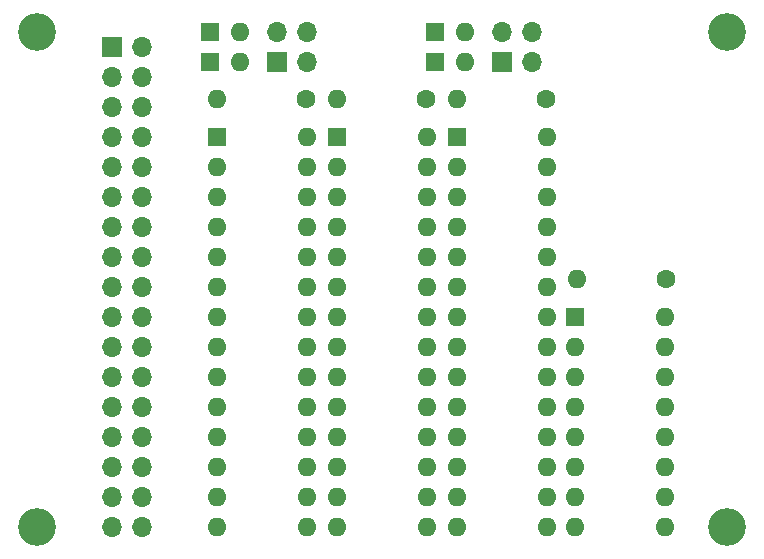
<source format=gbs>
G04 #@! TF.GenerationSoftware,KiCad,Pcbnew,(6.0.0)*
G04 #@! TF.CreationDate,2022-11-09T00:35:18-05:00*
G04 #@! TF.ProjectId,Sorcerer Internal SRAM,536f7263-6572-4657-9220-496e7465726e,rev?*
G04 #@! TF.SameCoordinates,Original*
G04 #@! TF.FileFunction,Soldermask,Bot*
G04 #@! TF.FilePolarity,Negative*
%FSLAX46Y46*%
G04 Gerber Fmt 4.6, Leading zero omitted, Abs format (unit mm)*
G04 Created by KiCad (PCBNEW (6.0.0)) date 2022-11-09 00:35:18*
%MOMM*%
%LPD*%
G01*
G04 APERTURE LIST*
%ADD10R,1.600000X1.600000*%
%ADD11O,1.600000X1.600000*%
%ADD12C,3.200000*%
%ADD13R,1.700000X1.700000*%
%ADD14O,1.700000X1.700000*%
%ADD15C,1.600000*%
G04 APERTURE END LIST*
D10*
X124460000Y-60965000D03*
D11*
X127000000Y-60965000D03*
D10*
X155395000Y-82550000D03*
D11*
X155395000Y-85090000D03*
X155395000Y-87630000D03*
X155395000Y-90170000D03*
X155395000Y-92710000D03*
X155395000Y-95250000D03*
X155395000Y-97790000D03*
X155395000Y-100330000D03*
X163015000Y-100330000D03*
X163015000Y-97790000D03*
X163015000Y-95250000D03*
X163015000Y-92710000D03*
X163015000Y-90170000D03*
X163015000Y-87630000D03*
X163015000Y-85090000D03*
X163015000Y-82550000D03*
D12*
X168275000Y-58420000D03*
D13*
X116205000Y-59690000D03*
D14*
X118745000Y-59690000D03*
X116205000Y-62230000D03*
X118745000Y-62230000D03*
X116205000Y-64770000D03*
X118745000Y-64770000D03*
X116205000Y-67310000D03*
X118745000Y-67310000D03*
X116205000Y-69850000D03*
X118745000Y-69850000D03*
X116205000Y-72390000D03*
X118745000Y-72390000D03*
X116205000Y-74930000D03*
X118745000Y-74930000D03*
X116205000Y-77470000D03*
X118745000Y-77470000D03*
X116205000Y-80010000D03*
X118745000Y-80010000D03*
X116205000Y-82550000D03*
X118745000Y-82550000D03*
X116205000Y-85090000D03*
X118745000Y-85090000D03*
X116205000Y-87630000D03*
X118745000Y-87630000D03*
X116205000Y-90170000D03*
X118745000Y-90170000D03*
X116205000Y-92710000D03*
X118745000Y-92710000D03*
X116205000Y-95250000D03*
X118745000Y-95250000D03*
X116205000Y-97790000D03*
X118745000Y-97790000D03*
X116205000Y-100330000D03*
X118745000Y-100330000D03*
D15*
X152915000Y-64135000D03*
D11*
X145415000Y-64135000D03*
D13*
X130175000Y-60960000D03*
D14*
X130175000Y-58420000D03*
X132715000Y-60960000D03*
X132715000Y-58420000D03*
D13*
X149225000Y-60960000D03*
D14*
X149225000Y-58420000D03*
X151765000Y-60960000D03*
X151765000Y-58420000D03*
D15*
X163075000Y-79375000D03*
D11*
X155575000Y-79375000D03*
D10*
X125095000Y-67310000D03*
D11*
X125095000Y-69850000D03*
X125095000Y-72390000D03*
X125095000Y-74930000D03*
X125095000Y-77470000D03*
X125095000Y-80010000D03*
X125095000Y-82550000D03*
X125095000Y-85090000D03*
X125095000Y-87630000D03*
X125095000Y-90170000D03*
X125095000Y-92710000D03*
X125095000Y-95250000D03*
X125095000Y-97790000D03*
X125095000Y-100330000D03*
X132715000Y-100330000D03*
X132715000Y-97790000D03*
X132715000Y-95250000D03*
X132715000Y-92710000D03*
X132715000Y-90170000D03*
X132715000Y-87630000D03*
X132715000Y-85090000D03*
X132715000Y-82550000D03*
X132715000Y-80010000D03*
X132715000Y-77470000D03*
X132715000Y-74930000D03*
X132715000Y-72390000D03*
X132715000Y-69850000D03*
X132715000Y-67310000D03*
D10*
X143510000Y-58420000D03*
D11*
X146050000Y-58420000D03*
D10*
X145415000Y-67310000D03*
D11*
X145415000Y-69850000D03*
X145415000Y-72390000D03*
X145415000Y-74930000D03*
X145415000Y-77470000D03*
X145415000Y-80010000D03*
X145415000Y-82550000D03*
X145415000Y-85090000D03*
X145415000Y-87630000D03*
X145415000Y-90170000D03*
X145415000Y-92710000D03*
X145415000Y-95250000D03*
X145415000Y-97790000D03*
X145415000Y-100330000D03*
X153035000Y-100330000D03*
X153035000Y-97790000D03*
X153035000Y-95250000D03*
X153035000Y-92710000D03*
X153035000Y-90170000D03*
X153035000Y-87630000D03*
X153035000Y-85090000D03*
X153035000Y-82550000D03*
X153035000Y-80010000D03*
X153035000Y-77470000D03*
X153035000Y-74930000D03*
X153035000Y-72390000D03*
X153035000Y-69850000D03*
X153035000Y-67310000D03*
D10*
X135255000Y-67310000D03*
D11*
X135255000Y-69850000D03*
X135255000Y-72390000D03*
X135255000Y-74930000D03*
X135255000Y-77470000D03*
X135255000Y-80010000D03*
X135255000Y-82550000D03*
X135255000Y-85090000D03*
X135255000Y-87630000D03*
X135255000Y-90170000D03*
X135255000Y-92710000D03*
X135255000Y-95250000D03*
X135255000Y-97790000D03*
X135255000Y-100330000D03*
X142875000Y-100330000D03*
X142875000Y-97790000D03*
X142875000Y-95250000D03*
X142875000Y-92710000D03*
X142875000Y-90170000D03*
X142875000Y-87630000D03*
X142875000Y-85090000D03*
X142875000Y-82550000D03*
X142875000Y-80010000D03*
X142875000Y-77470000D03*
X142875000Y-74930000D03*
X142875000Y-72390000D03*
X142875000Y-69850000D03*
X142875000Y-67310000D03*
D12*
X168275000Y-100330000D03*
D10*
X124460000Y-58425000D03*
D11*
X127000000Y-58425000D03*
D12*
X109855000Y-100330000D03*
D15*
X142755000Y-64135000D03*
D11*
X135255000Y-64135000D03*
D15*
X132595000Y-64135000D03*
D11*
X125095000Y-64135000D03*
D12*
X109855000Y-58420000D03*
D10*
X143510000Y-60960000D03*
D11*
X146050000Y-60960000D03*
M02*

</source>
